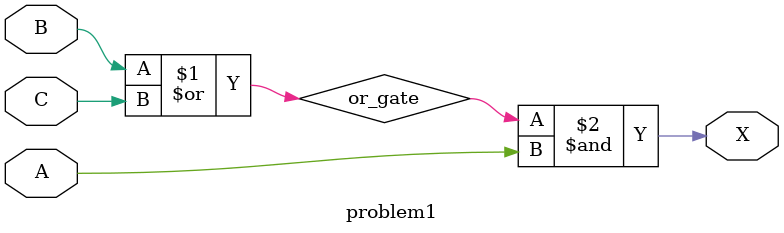
<source format=v>
module problem1(X, A, B, C);
    input A, B, C;
    output X;
    wire or_gate;
    assign or_gate = B | C;
    assign X = or_gate & A;
endmodule
</source>
